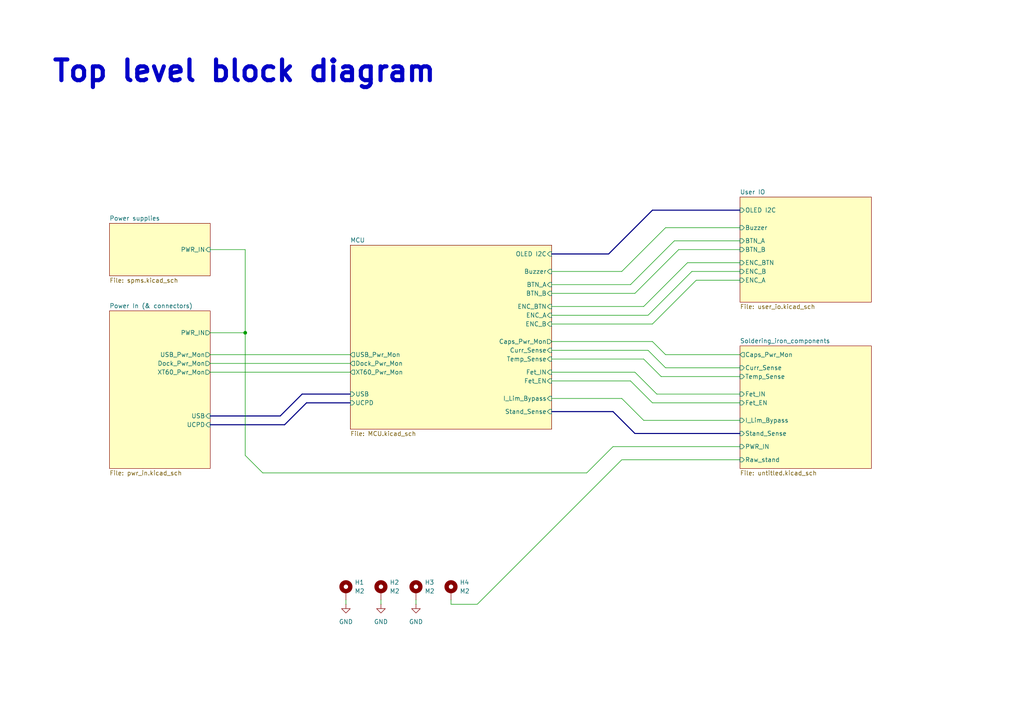
<source format=kicad_sch>
(kicad_sch (version 20250114) (generator "eeschema") (generator_version "9.0")
  (paper "A4")
  (lib_symbols
    (symbol "Mechanical:MountingHole_Pad" (pin_numbers (hide yes)) (pin_names (offset 1.016) (hide yes)) (exclude_from_sim yes) (in_bom no)
      (property "Reference" "H" (at 0 6.35 0))
      (property "Value" "MountingHole_Pad" (at 0 4.445 0))
      (symbol "MountingHole_Pad_0_1"
        (circle (center 0 1.27) (radius 1.27) (stroke (width 1.27)))
      )
      (symbol "MountingHole_Pad_1_1"
        (pin input line (at 0 -2.54 90) (length 2.54) (name "1") (number "1"))
      )
    )
    (symbol "power:GND" (power) (pin_numbers (hide yes)) (pin_names (offset 0) (hide yes))
      (property "Value" "GND" (at 0 -3.81 0))
      (symbol "GND_0_1"
        (polyline (pts (xy 0 0) (xy 0 -1.27) (xy 1.27 -1.27) (xy 0 -2.54) (xy -1.27 -1.27) (xy 0 -1.27)))
      )
      (symbol "GND_1_1"
        (pin power_in line (at 0 0 270) (length 0) (name "~") (number "1"))
      )
    )
  )
  (text "Top level block diagram" (at 14.732 17.272 0) (effects (font (size 6 6) (bold yes)) (justify left top)))
  (junction (at 71.12 96.52))
  (wire (pts (xy 160.02 93.98) (xy 189.23 93.98)))
  (wire (pts (xy 180.34 133.35) (xy 138.43 175.26)))
  (wire (pts (xy 76.2 137.16) (xy 170.18 137.16)))
  (bus (pts (xy 160.02 73.66) (xy 176.53 73.66)))
  (wire (pts (xy 214.63 66.04) (xy 193.04 66.04)))
  (bus (pts (xy 214.63 125.73) (xy 184.15 125.73)))
  (wire (pts (xy 160.02 110.49) (xy 182.88 110.49)))
  (wire (pts (xy 214.63 81.28) (xy 201.93 81.28)))
  (wire (pts (xy 189.23 116.84) (xy 182.88 110.49)))
  (wire (pts (xy 214.63 102.87) (xy 193.04 102.87)))
  (bus (pts (xy 60.96 123.19) (xy 82.55 123.19)))
  (wire (pts (xy 100.33 175.26) (xy 100.33 173.99)))
  (wire (pts (xy 160.02 78.74) (xy 180.34 78.74)))
  (wire (pts (xy 110.49 175.26) (xy 110.49 173.99)))
  (wire (pts (xy 60.96 102.87) (xy 101.6 102.87)))
  (wire (pts (xy 160.02 107.95) (xy 184.15 107.95)))
  (wire (pts (xy 184.15 85.09) (xy 196.85 72.39)))
  (wire (pts (xy 177.8 129.54) (xy 214.63 129.54)))
  (bus (pts (xy 189.23 60.96) (xy 214.63 60.96)))
  (wire (pts (xy 130.81 175.26) (xy 138.43 175.26)))
  (wire (pts (xy 186.69 121.92) (xy 180.34 115.57)))
  (wire (pts (xy 214.63 116.84) (xy 189.23 116.84)))
  (wire (pts (xy 130.81 175.26) (xy 130.81 173.99)))
  (wire (pts (xy 187.96 91.44) (xy 200.66 78.74)))
  (wire (pts (xy 193.04 102.87) (xy 189.23 99.06)))
  (wire (pts (xy 189.23 93.98) (xy 201.93 81.28)))
  (wire (pts (xy 160.02 104.14) (xy 186.69 104.14)))
  (wire (pts (xy 160.02 85.09) (xy 184.15 85.09)))
  (wire (pts (xy 190.5 114.3) (xy 184.15 107.95)))
  (wire (pts (xy 160.02 82.55) (xy 182.88 82.55)))
  (wire (pts (xy 187.96 101.6) (xy 193.04 106.68)))
  (bus (pts (xy 87.63 114.3) (xy 101.6 114.3)))
  (wire (pts (xy 214.63 121.92) (xy 186.69 121.92)))
  (wire (pts (xy 193.04 106.68) (xy 214.63 106.68)))
  (wire (pts (xy 180.34 133.35) (xy 214.63 133.35)))
  (wire (pts (xy 160.02 101.6) (xy 187.96 101.6)))
  (bus (pts (xy 184.15 125.73) (xy 177.8 119.38)))
  (wire (pts (xy 191.77 109.22) (xy 214.63 109.22)))
  (wire (pts (xy 214.63 76.2) (xy 199.39 76.2)))
  (wire (pts (xy 60.96 96.52) (xy 71.12 96.52)))
  (wire (pts (xy 71.12 132.08) (xy 76.2 137.16)))
  (wire (pts (xy 214.63 69.85) (xy 195.58 69.85)))
  (wire (pts (xy 214.63 72.39) (xy 196.85 72.39)))
  (wire (pts (xy 160.02 99.06) (xy 189.23 99.06)))
  (wire (pts (xy 60.96 105.41) (xy 101.6 105.41)))
  (wire (pts (xy 214.63 78.74) (xy 200.66 78.74)))
  (wire (pts (xy 71.12 96.52) (xy 71.12 132.08)))
  (wire (pts (xy 120.65 175.26) (xy 120.65 173.99)))
  (wire (pts (xy 160.02 115.57) (xy 180.34 115.57)))
  (bus (pts (xy 81.28 120.65) (xy 87.63 114.3)))
  (wire (pts (xy 71.12 72.39) (xy 71.12 96.52)))
  (wire (pts (xy 60.96 72.39) (xy 71.12 72.39)))
  (bus (pts (xy 60.96 120.65) (xy 81.28 120.65)))
  (wire (pts (xy 214.63 114.3) (xy 190.5 114.3)))
  (bus (pts (xy 82.55 123.19) (xy 88.9 116.84)))
  (wire (pts (xy 182.88 82.55) (xy 195.58 69.85)))
  (bus (pts (xy 88.9 116.84) (xy 101.6 116.84)))
  (wire (pts (xy 180.34 78.74) (xy 193.04 66.04)))
  (wire (pts (xy 186.69 104.14) (xy 191.77 109.22)))
  (wire (pts (xy 170.18 137.16) (xy 177.8 129.54)))
  (wire (pts (xy 160.02 91.44) (xy 187.96 91.44)))
  (bus (pts (xy 176.53 73.66) (xy 189.23 60.96)))
  (wire (pts (xy 186.69 88.9) (xy 199.39 76.2)))
  (wire (pts (xy 160.02 88.9) (xy 186.69 88.9)))
  (bus (pts (xy 160.02 119.38) (xy 177.8 119.38)))
  (wire (pts (xy 60.96 107.95) (xy 101.6 107.95)))
  (symbol (lib_id "Mechanical:MountingHole_Pad") (at 110.49 171.45 0) (unit 1)
    (property "Reference" "H2" (at 113.03 168.9099 0) (effects (justify left)))
    (property "Value" "M2" (at 113.03 171.4499 0) (effects (justify left)))
    (property "Footprint" "jxsolder:M2 solder nut" (effects (hide yes)))
    (property "Description" "Mounting Hole with connection" (effects (hide yes)))
    (property "LCSC" "C3020134" (effects (hide yes)))
  )
  (symbol (lib_id "power:GND") (at 120.65 175.26 0) (unit 1)
    (property "Reference" "#PWR03" (effects (hide yes)))
    (property "Value" "GND" (at 120.65 180.34 0))
    (property "Description" "Power symbol creates a global label with name \"GND\" , ground" (effects (hide yes)))
  )
  (symbol (lib_id "Mechanical:MountingHole_Pad") (at 100.33 171.45 0) (unit 1)
    (property "Reference" "H1" (at 102.87 168.9099 0) (effects (justify left)))
    (property "Value" "M2" (at 102.87 171.4499 0) (effects (justify left)))
    (property "Footprint" "jxsolder:M2 solder nut" (effects (hide yes)))
    (property "Description" "Mounting Hole with connection" (effects (hide yes)))
    (property "LCSC" "C3020134" (effects (hide yes)))
  )
  (symbol (lib_id "power:GND") (at 110.49 175.26 0) (unit 1)
    (property "Reference" "#PWR02" (effects (hide yes)))
    (property "Value" "GND" (at 110.49 180.34 0))
    (property "Description" "Power symbol creates a global label with name \"GND\" , ground" (effects (hide yes)))
  )
  (symbol (lib_id "Mechanical:MountingHole_Pad") (at 120.65 171.45 0) (unit 1)
    (property "Reference" "H3" (at 123.19 168.9099 0) (effects (justify left)))
    (property "Value" "M2" (at 123.19 171.4499 0) (effects (justify left)))
    (property "Footprint" "jxsolder:M2 solder nut" (effects (hide yes)))
    (property "Description" "Mounting Hole with connection" (effects (hide yes)))
    (property "LCSC" "C3020134" (effects (hide yes)))
  )
  (symbol (lib_id "power:GND") (at 100.33 175.26 0) (unit 1)
    (property "Reference" "#PWR01" (effects (hide yes)))
    (property "Value" "GND" (at 100.33 180.34 0))
    (property "Description" "Power symbol creates a global label with name \"GND\" , ground" (effects (hide yes)))
  )
  (symbol (lib_id "Mechanical:MountingHole_Pad") (at 130.81 171.45 0) (unit 1)
    (property "Reference" "H4" (at 133.35 168.9099 0) (effects (justify left)))
    (property "Value" "M2" (at 133.35 171.4499 0) (effects (justify left)))
    (property "Footprint" "jxsolder:M2 solder nut" (effects (hide yes)))
    (property "Description" "Mounting Hole with connection" (effects (hide yes)))
    (property "LCSC" "C3020134" (effects (hide yes)))
  )
  (sheet (at 31.75 90.17) (size 29.21 45.72) (stroke (width 0.1524)) (fill (color 255 255 194 1.0000))
    (property "Sheetname" "Power In (& connectors)" (at 31.75 89.4584 0) (effects (justify left bottom)))
    (property "Sheetfile" "pwr_in.kicad_sch" (at 31.75 136.4746 0) (effects (justify left top)))
    (pin "PWR_IN" output (at 60.96 96.52 0))
    (pin "USB_Pwr_Mon" output (at 60.96 102.87 0))
    (pin "Dock_Pwr_Mon" output (at 60.96 105.41 0))
    (pin "XT60_Pwr_Mon" output (at 60.96 107.95 0))
    (pin "UCPD" input (at 60.96 123.19 0))
    (pin "USB" input (at 60.96 120.65 0))
  )
  (sheet (at 101.6 71.12) (size 58.42 53.34) (stroke (width 0.1524)) (fill (color 255 255 194 1.0000))
    (property "Sheetname" "MCU" (at 101.6 70.4084 0) (effects (justify left bottom)))
    (property "Sheetfile" "MCU.kicad_sch" (at 101.6 125.0446 0) (effects (justify left top)))
    (pin "UCPD" input (at 101.6 116.84 180))
    (pin "USB" input (at 101.6 114.3 180))
    (pin "Buzzer" input (at 160.02 78.74 0))
    (pin "BTN_A" input (at 160.02 82.55 0))
    (pin "BTN_B" input (at 160.02 85.09 0))
    (pin "ENC_BTN" input (at 160.02 88.9 0))
    (pin "ENC_A" input (at 160.02 91.44 0))
    (pin "ENC_B" input (at 160.02 93.98 0))
    (pin "Curr_Sense" input (at 160.02 101.6 0))
    (pin "Temp_Sense" input (at 160.02 104.14 0))
    (pin "Fet_IN" input (at 160.02 107.95 0))
    (pin "Fet_EN" input (at 160.02 110.49 0))
    (pin "I_Lim_Bypass" input (at 160.02 115.57 0))
    (pin "Stand_Sense" input (at 160.02 119.38 0))
    (pin "USB_Pwr_Mon" output (at 101.6 102.87 180))
    (pin "Dock_Pwr_Mon" output (at 101.6 105.41 180))
    (pin "XT60_Pwr_Mon" output (at 101.6 107.95 180))
    (pin "OLED I2C" input (at 160.02 73.66 0))
    (pin "Caps_Pwr_Mon" output (at 160.02 99.06 0))
  )
  (sheet (at 214.63 100.33) (size 38.1 35.56) (stroke (width 0.1524)) (fill (color 255 255 194 1.0000))
    (property "Sheetname" "Soldering_iron_components" (at 214.63 99.6184 0) (effects (justify left bottom)))
    (property "Sheetfile" "untitled.kicad_sch" (at 214.63 136.4746 0) (effects (justify left top)))
    (pin "Stand_Sense" input (at 214.63 125.73 180))
    (pin "Curr_Sense" input (at 214.63 106.68 180))
    (pin "Temp_Sense" input (at 214.63 109.22 180))
    (pin "Fet_IN" input (at 214.63 114.3 180))
    (pin "Fet_EN" input (at 214.63 116.84 180))
    (pin "I_Lim_Bypass" input (at 214.63 121.92 180))
    (pin "PWR_IN" input (at 214.63 129.54 180))
    (pin "Raw_stand" input (at 214.63 133.35 180))
    (pin "Caps_Pwr_Mon" output (at 214.63 102.87 180))
  )
  (sheet (at 31.75 64.77) (size 29.21 15.24) (stroke (width 0.1524)) (fill (color 255 255 194 1.0000))
    (property "Sheetname" "Power supplies" (at 31.75 64.0584 0) (effects (justify left bottom)))
    (property "Sheetfile" "spms.kicad_sch" (at 31.75 80.5946 0) (effects (justify left top)))
    (pin "PWR_IN" input (at 60.96 72.39 0))
  )
  (sheet (at 214.63 57.15) (size 38.1 30.48) (stroke (width 0.1524)) (fill (color 255 255 194 1.0000))
    (property "Sheetname" "User IO" (at 214.63 56.4384 0) (effects (justify left bottom)))
    (property "Sheetfile" "user_io.kicad_sch" (at 214.63 88.2146 0) (effects (justify left top)))
    (pin "OLED I2C" input (at 214.63 60.96 180))
    (pin "Buzzer" input (at 214.63 66.04 180))
    (pin "BTN_A" input (at 214.63 69.85 180))
    (pin "BTN_B" input (at 214.63 72.39 180))
    (pin "ENC_B" input (at 214.63 78.74 180))
    (pin "ENC_A" input (at 214.63 81.28 180))
    (pin "ENC_BTN" input (at 214.63 76.2 180))
  )
)
</source>
